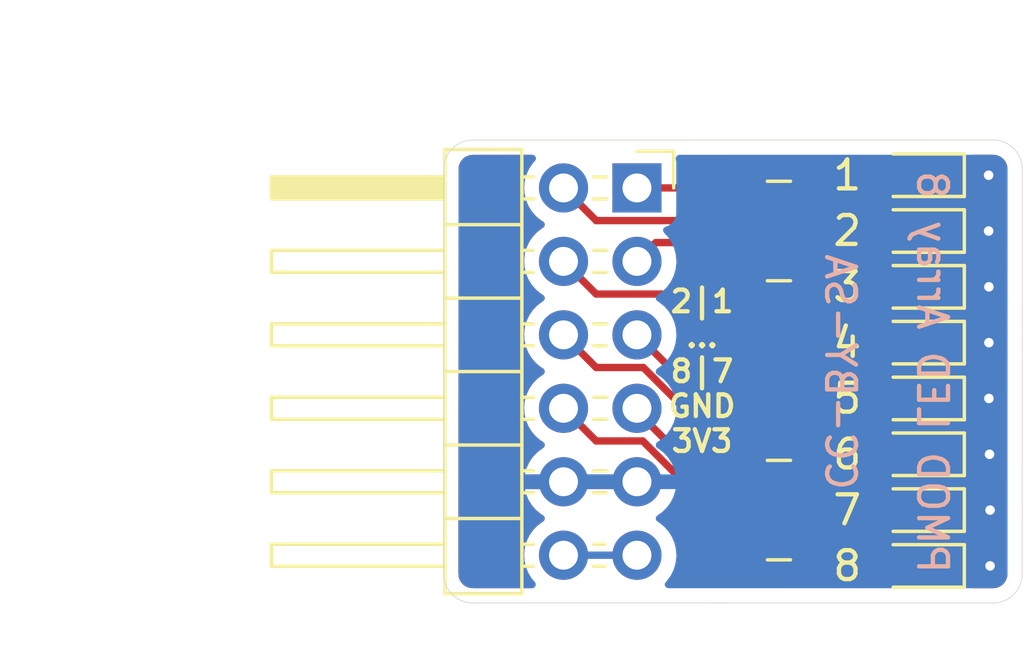
<source format=kicad_pcb>
(kicad_pcb (version 20211014) (generator pcbnew)
  (title_block (title "PMOD LED Array 8") (date "2022-04-19") (rev "1.0"))
  (layers (0 "F.Cu" signal) (31 "B.Cu" signal) (34 "B.Paste" user) (35 "F.Paste" user) (36 "B.SilkS" user "B.Silkscreen") (37 "F.SilkS" user "F.Silkscreen") (38 "B.Mask" user) (39 "F.Mask" user) (44 "Edge.Cuts" user))
  (net 0 "")
  (net 1 "GND")
  (net 2 "Net-(D1-Pad2)")
  (net 3 "Net-(D2-Pad2)")
  (net 4 "Net-(D3-Pad2)")
  (net 5 "Net-(D4-Pad2)")
  (net 6 "Net-(D5-Pad2)")
  (net 7 "Net-(D6-Pad2)")
  (net 8 "Net-(D7-Pad2)")
  (net 9 "Net-(D8-Pad2)")
  (net 10 "/p1")
  (net 11 "/p3")
  (net 12 "/p5")
  (net 13 "/p7")
  (net 14 "+3V3")
  (net 15 "/p2")
  (net 16 "/p4")
  (net 17 "/p6")
  (net 18 "/p8")
  (footprint "LED_SMD:LED_0603_1608Metric_Pad1.05x0.95mm_HandSolder" (layer "F.Cu") (at 177.3 86.79 180)
    (fp_text reference "7" (at 2.39 0) (layer "F.SilkS"))
    (fp_text value "LED")
    (fp_line (start -1.66 -0.735) (end -1.66 0.735) (layer "F.SilkS") (width 0.12))
    (fp_line (start 0.8 -0.735) (end -1.66 -0.735) (layer "F.SilkS") (width 0.12))
    (fp_line (start -1.66 0.735) (end 0.8 0.735) (layer "F.SilkS") (width 0.12))
    (pad "1" smd roundrect (at -0.875 0 180) (size 1.05 0.95) (layers "F.Cu" "F.Paste" "F.Mask") (net 1 "GND"))
    (pad "2" smd roundrect (at 0.875 0 180) (size 1.05 0.95) (layers "F.Cu" "F.Paste" "F.Mask") (net 8 "Net-(D7-Pad2)"))
  )
  (footprint "LED_SMD:LED_0603_1608Metric_Pad1.05x0.95mm_HandSolder" (layer "F.Cu") (at 177.3 81 180)
    (fp_text reference "4" (at 2.39 0) (layer "F.SilkS"))
    (fp_text value "LED")
    (fp_line (start -1.66 0.735) (end 0.8 0.735) (layer "F.SilkS") (width 0.12))
    (fp_line (start -1.66 -0.735) (end -1.66 0.735) (layer "F.SilkS") (width 0.12))
    (fp_line (start 0.8 -0.735) (end -1.66 -0.735) (layer "F.SilkS") (width 0.12))
    (pad "1" smd roundrect (at -0.875 0 180) (size 1.05 0.95) (layers "F.Cu" "F.Paste" "F.Mask") (net 1 "GND"))
    (pad "2" smd roundrect (at 0.875 0 180) (size 1.05 0.95) (layers "F.Cu" "F.Paste" "F.Mask") (net 5 "Net-(D4-Pad2)"))
  )
  (footprint "Mod:R_Array_Concave_4x0603" (layer "F.Cu") (at 172.55 77.14 180)
    (fp_text reference "R1" hide)
    (fp_text value "220")
    (fp_line (start 0.4 1.72) (end -0.4 1.72) (layer "F.SilkS") (width 0.12))
    (fp_line (start 0.4 -1.72) (end -0.4 -1.72) (layer "F.SilkS") (width 0.12))
    (pad "1" smd rect (at -0.85 1.2 180) (size 0.9 0.4) (layers "F.Cu" "F.Paste" "F.Mask") (net 2 "Net-(D1-Pad2)"))
    (pad "2" smd rect (at -0.85 0.4 180) (size 0.9 0.4) (layers "F.Cu" "F.Paste" "F.Mask") (net 3 "Net-(D2-Pad2)"))
    (pad "3" smd rect (at -0.85 -0.4 180) (size 0.9 0.4) (layers "F.Cu" "F.Paste" "F.Mask") (net 4 "Net-(D3-Pad2)"))
    (pad "4" smd rect (at -0.85 -1.2 180) (size 0.9 0.4) (layers "F.Cu" "F.Paste" "F.Mask") (net 5 "Net-(D4-Pad2)"))
    (pad "5" smd rect (at 0.85 1.2 180) (size 0.9 0.4) (layers "F.Cu" "F.Paste" "F.Mask") (net 10 "/p1"))
    (pad "6" smd rect (at 0.85 0.4 180) (size 0.9 0.4) (layers "F.Cu" "F.Paste" "F.Mask") (net 15 "/p2"))
    (pad "7" smd rect (at 0.85 -0.4 180) (size 0.9 0.4) (layers "F.Cu" "F.Paste" "F.Mask") (net 11 "/p3"))
    (pad "8" smd rect (at 0.85 -1.2 180) (size 0.9 0.4) (layers "F.Cu" "F.Paste" "F.Mask") (net 16 "/p4"))
  )
  (footprint "LED_SMD:LED_0603_1608Metric_Pad1.05x0.95mm_HandSolder" (layer "F.Cu") (at 177.3 82.93 180)
    (fp_text reference "5" (at 2.39 0) (layer "F.SilkS"))
    (fp_text value "LED")
    (fp_line (start -1.66 -0.735) (end -1.66 0.735) (layer "F.SilkS") (width 0.12))
    (fp_line (start 0.8 -0.735) (end -1.66 -0.735) (layer "F.SilkS") (width 0.12))
    (fp_line (start -1.66 0.735) (end 0.8 0.735) (layer "F.SilkS") (width 0.12))
    (pad "1" smd roundrect (at -0.875 0 180) (size 1.05 0.95) (layers "F.Cu" "F.Paste" "F.Mask") (net 1 "GND"))
    (pad "2" smd roundrect (at 0.875 0 180) (size 1.05 0.95) (layers "F.Cu" "F.Paste" "F.Mask") (net 6 "Net-(D5-Pad2)"))
  )
  (footprint "LED_SMD:LED_0603_1608Metric_Pad1.05x0.95mm_HandSolder" (layer "F.Cu") (at 177.3 84.86 180)
    (fp_text reference "6" (at 2.39 0) (layer "F.SilkS"))
    (fp_text value "LED")
    (fp_line (start 0.8 -0.735) (end -1.66 -0.735) (layer "F.SilkS") (width 0.12))
    (fp_line (start -1.66 -0.735) (end -1.66 0.735) (layer "F.SilkS") (width 0.12))
    (fp_line (start -1.66 0.735) (end 0.8 0.735) (layer "F.SilkS") (width 0.12))
    (pad "1" smd roundrect (at -0.875 0 180) (size 1.05 0.95) (layers "F.Cu" "F.Paste" "F.Mask") (net 1 "GND"))
    (pad "2" smd roundrect (at 0.875 0 180) (size 1.05 0.95) (layers "F.Cu" "F.Paste" "F.Mask") (net 7 "Net-(D6-Pad2)"))
  )
  (footprint "LED_SMD:LED_0603_1608Metric_Pad1.05x0.95mm_HandSolder" (layer "F.Cu") (at 177.3 79.07 180)
    (fp_text reference "3" (at 2.39 0) (layer "F.SilkS"))
    (fp_text value "LED")
    (fp_line (start -1.66 0.735) (end 0.8 0.735) (layer "F.SilkS") (width 0.12))
    (fp_line (start 0.8 -0.735) (end -1.66 -0.735) (layer "F.SilkS") (width 0.12))
    (fp_line (start -1.66 -0.735) (end -1.66 0.735) (layer "F.SilkS") (width 0.12))
    (pad "1" smd roundrect (at -0.875 0 180) (size 1.05 0.95) (layers "F.Cu" "F.Paste" "F.Mask") (net 1 "GND"))
    (pad "2" smd roundrect (at 0.875 0 180) (size 1.05 0.95) (layers "F.Cu" "F.Paste" "F.Mask") (net 4 "Net-(D3-Pad2)"))
  )
  (footprint "LED_SMD:LED_0603_1608Metric_Pad1.05x0.95mm_HandSolder" (layer "F.Cu") (at 177.3 77.14 180)
    (fp_text reference "2" (at 2.39 0.01) (layer "F.SilkS"))
    (fp_text value "LED")
    (fp_line (start 0.8 -0.735) (end -1.66 -0.735) (layer "F.SilkS") (width 0.12))
    (fp_line (start -1.66 0.735) (end 0.8 0.735) (layer "F.SilkS") (width 0.12))
    (fp_line (start -1.66 -0.735) (end -1.66 0.735) (layer "F.SilkS") (width 0.12))
    (pad "1" smd roundrect (at -0.875 0 180) (size 1.05 0.95) (layers "F.Cu" "F.Paste" "F.Mask") (net 1 "GND"))
    (pad "2" smd roundrect (at 0.875 0 180) (size 1.05 0.95) (layers "F.Cu" "F.Paste" "F.Mask") (net 3 "Net-(D2-Pad2)"))
  )
  (footprint "Pmod:Pmod_Header_2x06_P2.54mm_Horizontal" (layer "F.Cu") (at 167.64 88.35 180)
    (fp_text reference "J1")
    (fp_text value "PMOD")
    (fp_line (start 3.582929 -0.38) (end 3.98 -0.38) (layer "F.SilkS") (width 0.12))
    (fp_line (start 3.98 3.81) (end 6.64 3.81) (layer "F.SilkS") (width 0.12))
    (fp_line (start 12.64 10.54) (end 6.64 10.54) (layer "F.SilkS") (width 0.12))
    (fp_line (start 3.98 6.35) (end 6.64 6.35) (layer "F.SilkS") (width 0.12))
    (fp_line (start 3.582929 8) (end 3.98 8) (layer "F.SilkS") (width 0.12))
    (fp_line (start 1.042929 9.78) (end 1.497071 9.78) (layer "F.SilkS") (width 0.12))
    (fp_line (start 3.582929 13.08) (end 3.98 13.08) (layer "F.SilkS") (width 0.12))
    (fp_line (start 12.64 12.32) (end 12.64 13.08) (layer "F.SilkS") (width 0.12))
    (fp_line (start 6.64 -1.33) (end 3.98 -1.33) (layer "F.SilkS") (width 0.12))
    (fp_line (start 12.64 13.08) (end 6.64 13.08) (layer "F.SilkS") (width 0.12))
    (fp_line (start 12.64 4.7) (end 12.64 5.46) (layer "F.SilkS") (width 0.12))
    (fp_line (start 6.64 9.78) (end 12.64 9.78) (layer "F.SilkS") (width 0.12))
    (fp_line (start 3.98 -1.33) (end 3.98 14.03) (layer "F.SilkS") (width 0.12))
    (fp_line (start 12.64 7.24) (end 12.64 8) (layer "F.SilkS") (width 0.12))
    (fp_line (start -1.27 13.97) (end -1.27 12.7) (layer "F.SilkS") (width 0.12))
    (fp_line (start 1.042929 7.24) (end 1.497071 7.24) (layer "F.SilkS") (width 0.12))
    (fp_line (start 6.64 12.74) (end 12.64 12.74) (layer "F.SilkS") (width 0.12))
    (fp_line (start 6.64 14.03) (end 6.64 -1.33) (layer "F.SilkS") (width 0.12))
    (fp_line (start 3.582929 2.16) (end 3.98 2.16) (layer "F.SilkS") (width 0.12))
    (fp_line (start 6.64 12.62) (end 12.64 12.62) (layer "F.SilkS") (width 0.12))
    (fp_line (start 0 13.97) (end -1.27 13.97) (layer "F.SilkS") (width 0.12))
    (fp_line (start 1.042929 10.54) (end 1.497071 10.54) (layer "F.SilkS") (width 0.12))
    (fp_line (start 6.64 12.32) (end 12.64 12.32) (layer "F.SilkS") (width 0.12))
    (fp_line (start 1.042929 12.32) (end 1.497071 12.32) (layer "F.SilkS") (width 0.12))
    (fp_line (start 6.64 12.98) (end 12.64 12.98) (layer "F.SilkS") (width 0.12))
    (fp_line (start 3.582929 0.38) (end 3.98 0.38) (layer "F.SilkS") (width 0.12))
    (fp_line (start 6.64 4.7) (end 12.64 4.7) (layer "F.SilkS") (width 0.12))
    (fp_line (start 3.98 14.03) (end 6.64 14.03) (layer "F.SilkS") (width 0.12))
    (fp_line (start 12.64 0.38) (end 6.64 0.38) (layer "F.SilkS") (width 0.12))
    (fp_line (start 1.042929 2.92) (end 1.497071 2.92) (layer "F.SilkS") (width 0.12))
    (fp_line (start 3.582929 9.78) (end 3.98 9.78) (layer "F.SilkS") (width 0.12))
    (fp_line (start 12.64 2.16) (end 12.64 2.92) (layer "F.SilkS") (width 0.12))
    (fp_line (start 3.582929 2.92) (end 3.98 2.92) (layer "F.SilkS") (width 0.12))
    (fp_line (start 12.64 2.92) (end 6.64 2.92) (layer "F.SilkS") (width 0.12))
    (fp_line (start 3.582929 4.7) (end 3.98 4.7) (layer "F.SilkS") (width 0.12))
    (fp_line (start 1.11 -0.38) (end 1.497071 -0.38) (layer "F.SilkS") (width 0.12))
    (fp_line (start 1.042929 2.16) (end 1.497071 2.16) (layer "F.SilkS") (width 0.12))
    (fp_line (start 1.11 0.38) (end 1.497071 0.38) (layer "F.SilkS") (width 0.12))
    (fp_line (start 3.98 1.27) (end 6.64 1.27) (layer "F.SilkS") (width 0.12))
    (fp_line (start 1.042929 8) (end 1.497071 8) (layer "F.SilkS") (width 0.12))
    (fp_line (start 12.64 -0.38) (end 12.64 0.38) (layer "F.SilkS") (width 0.12))
    (fp_line (start 12.64 9.78) (end 12.64 10.54) (layer "F.SilkS") (width 0.12))
    (fp_line (start 1.042929 5.46) (end 1.497071 5.46) (layer "F.SilkS") (width 0.12))
    (fp_line (start 1.042929 13.08) (end 1.497071 13.08) (layer "F.SilkS") (width 0.12))
    (fp_line (start 3.582929 10.54) (end 3.98 10.54) (layer "F.SilkS") (width 0.12))
    (fp_line (start 6.64 -0.38) (end 12.64 -0.38) (layer "F.SilkS") (width 0.12))
    (fp_line (start 6.64 12.86) (end 12.64 12.86) (layer "F.SilkS") (width 0.12))
    (fp_line (start 3.98 8.89) (end 6.64 8.89) (layer "F.SilkS") (width 0.12))
    (fp_line (start 3.582929 7.24) (end 3.98 7.24) (layer "F.SilkS") (width 0.12))
    (fp_line (start 6.64 7.24) (end 12.64 7.24) (layer "F.SilkS") (width 0.12))
    (fp_line (start 3.582929 5.46) (end 3.98 5.46) (layer "F.SilkS") (width 0.12))
    (fp_line (start 6.64 2.16) (end 12.64 2.16) (layer "F.SilkS") (width 0.12))
    (fp_line (start 3.582929 12.32) (end 3.98 12.32) (layer "F.SilkS") (width 0.12))
    (fp_line (start 6.64 12.5) (end 12.64 12.5) (layer "F.SilkS") (width 0.12))
    (fp_line (start 12.64 5.46) (end 6.64 5.46) (layer "F.SilkS") (width 0.12))
    (fp_line (start 12.64 8) (end 6.64 8) (layer "F.SilkS") (width 0.12))
    (fp_line (start 1.042929 4.7) (end 1.497071 4.7) (layer "F.SilkS") (width 0.12))
    (fp_line (start 3.98 11.43) (end 6.64 11.43) (layer "F.SilkS") (width 0.12))
    (fp_line (start 6.64 12.38) (end 12.64 12.38) (layer "F.SilkS") (width 0.12))
    (pad "1" thru_hole rect (at 0 12.7 180) (size 1.7 1.7) (drill 1) (layers *.Cu *.Mask) (net 10 "/p1"))
    (pad "2" thru_hole oval (at 0 10.16 180) (size 1.7 1.7) (drill 1) (layers *.Cu *.Mask) (net 11 "/p3"))
    (pad "3" thru_hole oval (at 0 7.62 180) (size 1.7 1.7) (drill 1) (layers *.Cu *.Mask) (net 12 "/p5"))
    (pad "4" thru_hole oval (at 0 5.08 180) (size 1.7 1.7) (drill 1) (layers *.Cu *.Mask) (net 13 "/p7"))
    (pad "5" thru_hole oval (at 0 2.54 180) (size 1.7 1.7) (drill 1) (layers *.Cu *.Mask) (net 1 "GND"))
    (pad "6" thru_hole circle (at 0 0 180) (size 1.7 1.7) (drill 1) (layers *.Cu *.Mask) (net 14 "+3V3"))
    (pad "7" thru_hole circle (at 2.54 12.7 180) (size 1.7 1.7) (drill 1) (layers *.Cu *.Mask) (net 15 "/p2"))
    (pad "8" thru_hole oval (at 2.54 10.16 180) (size 1.7 1.7) (drill 1) (layers *.Cu *.Mask) (net 16 "/p4"))
    (pad "9" thru_hole oval (at 2.54 7.62 180) (size 1.7 1.7) (drill 1) (layers *.Cu *.Mask) (net 17 "/p6"))
    (pad "10" thru_hole oval (at 2.54 5.08 180) (size 1.7 1.7) (drill 1) (layers *.Cu *.Mask) (net 18 "/p8"))
    (pad "11" thru_hole oval (at 2.54 2.54 180) (size 1.7 1.7) (drill 1) (layers *.Cu *.Mask) (net 1 "GND"))
    (pad "12" thru_hole oval (at 2.54 0 180) (size 1.7 1.7) (drill 1) (layers *.Cu *.Mask) (net 14 "+3V3"))
  )
  (footprint "Mod:R_Array_Concave_4x0603" (layer "F.Cu") (at 172.55 86.79 180)
    (fp_text reference "R2" hide)
    (fp_text value "220")
    (fp_line (start 0.4 1.72) (end -0.4 1.72) (layer "F.SilkS") (width 0.12))
    (fp_line (start 0.4 -1.72) (end -0.4 -1.72) (layer "F.SilkS") (width 0.12))
    (pad "1" smd rect (at -0.85 1.2 180) (size 0.9 0.4) (layers "F.Cu" "F.Paste" "F.Mask") (net 6 "Net-(D5-Pad2)"))
    (pad "2" smd rect (at -0.85 0.4 180) (size 0.9 0.4) (layers "F.Cu" "F.Paste" "F.Mask") (net 7 "Net-(D6-Pad2)"))
    (pad "3" smd rect (at -0.85 -0.4 180) (size 0.9 0.4) (layers "F.Cu" "F.Paste" "F.Mask") (net 8 "Net-(D7-Pad2)"))
    (pad "4" smd rect (at -0.85 -1.2 180) (size 0.9 0.4) (layers "F.Cu" "F.Paste" "F.Mask") (net 9 "Net-(D8-Pad2)"))
    (pad "5" smd rect (at 0.85 1.2 180) (size 0.9 0.4) (layers "F.Cu" "F.Paste" "F.Mask") (net 12 "/p5"))
    (pad "6" smd rect (at 0.85 0.4 180) (size 0.9 0.4) (layers "F.Cu" "F.Paste" "F.Mask") (net 17 "/p6"))
    (pad "7" smd rect (at 0.85 -0.4 180) (size 0.9 0.4) (layers "F.Cu" "F.Paste" "F.Mask") (net 13 "/p7"))
    (pad "8" smd rect (at 0.85 -1.2 180) (size 0.9 0.4) (layers "F.Cu" "F.Paste" "F.Mask") (net 18 "/p8"))
  )
  (footprint "LED_SMD:LED_0603_1608Metric_Pad1.05x0.95mm_HandSolder" (layer "F.Cu") (at 177.3 88.72 180)
    (fp_text reference "8" (at 2.39 0) (layer "F.SilkS"))
    (fp_text value "LED")
    (fp_line (start -1.66 0.735) (end 0.8 0.735) (layer "F.SilkS") (width 0.12))
    (fp_line (start -1.66 -0.735) (end -1.66 0.735) (layer "F.SilkS") (width 0.12))
    (fp_line (start 0.8 -0.735) (end -1.66 -0.735) (layer "F.SilkS") (width 0.12))
    (pad "1" smd roundrect (at -0.875 0 180) (size 1.05 0.95) (layers "F.Cu" "F.Paste" "F.Mask") (net 1 "GND"))
    (pad "2" smd roundrect (at 0.875 0 180) (size 1.05 0.95) (layers "F.Cu" "F.Paste" "F.Mask") (net 9 "Net-(D8-Pad2)"))
  )
  (footprint "LED_SMD:LED_0603_1608Metric_Pad1.05x0.95mm_HandSolder" (layer "F.Cu") (at 177.3 75.21 180)
    (fp_text reference "1" (at 2.39 0) (layer "F.SilkS"))
    (fp_text value "LED" hide)
    (fp_line (start -1.66 0.735) (end 0.8 0.735) (layer "F.SilkS") (width 0.12))
    (fp_line (start 0.8 -0.735) (end -1.66 -0.735) (layer "F.SilkS") (width 0.12))
    (fp_line (start -1.66 -0.735) (end -1.66 0.735) (layer "F.SilkS") (width 0.12))
    (pad "1" smd roundrect (at -0.875 0 180) (size 1.05 0.95) (layers "F.Cu" "F.Paste" "F.Mask") (net 1 "GND"))
    (pad "2" smd roundrect (at 0.875 0 180) (size 1.05 0.95) (layers "F.Cu" "F.Paste" "F.Mask") (net 2 "Net-(D1-Pad2)"))
  )
  (gr_line (start 161.9556 89.9986) (end 179.96 90) (layer "Edge.Cuts") (width 0.0254))
  (gr_arc (start 179.962 73.994) (mid 180.669112 74.286888) (end 180.962 74.994) (layer "Edge.Cuts") (width 0.0254))
  (gr_line (start 161.9616 73.9966) (end 179.962 73.994) (layer "Edge.Cuts") (width 0.0254))
  (gr_arc (start 180.96 89) (mid 180.667109 89.707109) (end 179.96 90) (layer "Edge.Cuts") (width 0.0254))
  (gr_arc (start 160.9616 74.9966) (mid 161.254495 74.289495) (end 161.9616 73.9966) (layer "Edge.Cuts") (width 0.0254))
  (gr_arc (start 161.9556 89.9986) (mid 161.248498 89.705702) (end 160.9556 88.9986) (layer "Edge.Cuts") (width 0.0254))
  (gr_line (start 180.96 89) (end 180.962 74.994) (layer "Edge.Cuts") (width 0.0254))
  (gr_line (start 160.9556 88.9986) (end 160.9616 74.9966) (layer "Edge.Cuts") (width 0.0254))
  (gr_text "CC-BY-SA" (at 174.67 82.02 -90) (layer "B.SilkS") (effects (font (size 1 1)) (justify mirror)))
  (gr_text "PMOD LED Array 8" (at 177.85 82.02 -90) (layer "B.SilkS") (effects (font (size 1 1)) (justify mirror)))
  (gr_text "2|1\n...\n8|7\nGND\n3V3" (at 169.89 81.99) (layer "F.SilkS") (effects (font (size 0.75 0.75))))
  (via (at 179.8 77.14) (size 0.6858) (drill 0.3302) (layers "F.Cu" "B.Cu") (net 1))
  (via (at 179.81 82.93) (size 0.6858) (drill 0.3302) (layers "F.Cu" "B.Cu") (net 1))
  (via (at 179.81 79.07) (size 0.6858) (drill 0.3302) (layers "F.Cu" "B.Cu") (net 1))
  (via (at 179.8 75.21) (size 0.6858) (drill 0.3302) (layers "F.Cu" "B.Cu") (net 1))
  (via (at 179.83 84.86) (size 0.6858) (drill 0.3302) (layers "F.Cu" "B.Cu") (net 1))
  (via (at 179.85 86.79) (size 0.6858) (drill 0.3302) (layers "F.Cu" "B.Cu") (net 1))
  (via (at 179.81 81) (size 0.6858) (drill 0.3302) (layers "F.Cu" "B.Cu") (net 1))
  (via (at 179.85 88.72) (size 0.6858) (drill 0.3302) (layers "F.Cu" "B.Cu") (net 1))
  (segment (start 175.695 75.94) (end 176.425 75.21) (width 0.254) (layer "F.Cu") (net 2))
  (segment (start 173.4 75.94) (end 175.695 75.94) (width 0.254) (layer "F.Cu") (net 2))
  (segment (start 176.025 76.74) (end 176.425 77.14) (width 0.254) (layer "F.Cu") (net 3))
  (segment (start 173.4 76.74) (end 176.025 76.74) (width 0.254) (layer "F.Cu") (net 3))
  (segment (start 174.895 77.54) (end 176.425 79.07) (width 0.254) (layer "F.Cu") (net 4))
  (segment (start 173.4 77.54) (end 174.895 77.54) (width 0.254) (layer "F.Cu") (net 4))
  (segment (start 173.765 78.34) (end 176.425 81) (width 0.254) (layer "F.Cu") (net 5))
  (segment (start 173.4 78.34) (end 173.765 78.34) (width 0.254) (layer "F.Cu") (net 5))
  (segment (start 173.4 85.59) (end 173.765 85.59) (width 0.254) (layer "F.Cu") (net 6))
  (segment (start 173.765 85.59) (end 176.425 82.93) (width 0.254) (layer "F.Cu") (net 6))
  (segment (start 174.895 86.39) (end 176.425 84.86) (width 0.254) (layer "F.Cu") (net 7))
  (segment (start 173.4 86.39) (end 174.895 86.39) (width 0.254) (layer "F.Cu") (net 7))
  (segment (start 176.025 87.19) (end 176.425 86.79) (width 0.254) (layer "F.Cu") (net 8))
  (segment (start 173.4 87.19) (end 176.025 87.19) (width 0.254) (layer "F.Cu") (net 8))
  (segment (start 173.4 87.99) (end 175.695 87.99) (width 0.254) (layer "F.Cu") (net 9))
  (segment (start 175.695 87.99) (end 176.425 88.72) (width 0.254) (layer "F.Cu") (net 9))
  (segment (start 171.41 75.65) (end 171.7 75.94) (width 0.254) (layer "F.Cu") (net 10))
  (segment (start 167.64 75.65) (end 171.41 75.65) (width 0.254) (layer "F.Cu") (net 10))
  (segment (start 167.64 78.19) (end 168.29 77.54) (width 0.254) (layer "F.Cu") (net 11))
  (segment (start 168.29 77.54) (end 171.7 77.54) (width 0.254) (layer "F.Cu") (net 11))
  (segment (start 167.64 80.73) (end 171.7 84.79) (width 0.254) (layer "F.Cu") (net 12))
  (segment (start 171.7 84.79) (end 171.7 85.59) (width 0.254) (layer "F.Cu") (net 12))
  (segment (start 171.45 87.19) (end 167.64 83.38) (width 0.254) (layer "F.Cu") (net 13))
  (segment (start 171.7 87.19) (end 171.45 87.19) (width 0.254) (layer "F.Cu") (net 13))
  (segment (start 167.64 83.38) (end 167.64 83.27) (width 0.254) (layer "F.Cu") (net 13))
  (segment (start 165.1 88.35) (end 167.64 88.35) (width 0.254) (layer "B.Cu") (net 14))
  (segment (start 171.661089 76.778911) (end 166.228911 76.778911) (width 0.254) (layer "F.Cu") (net 15))
  (segment (start 166.228911 76.778911) (end 165.1 75.65) (width 0.254) (layer "F.Cu") (net 15))
  (segment (start 171.7 76.74) (end 171.661089 76.778911) (width 0.254) (layer "F.Cu") (net 15))
  (segment (start 170.721089 79.318911) (end 166.228911 79.318911) (width 0.254) (layer "F.Cu") (net 16))
  (segment (start 171.7 78.34) (end 170.721089 79.318911) (width 0.254) (layer "F.Cu") (net 16))
  (segment (start 166.228911 79.318911) (end 165.1 78.19) (width 0.254) (layer "F.Cu") (net 16))
  (segment (start 171.292178 86.39) (end 171.7 86.39) (width 0.254) (layer "F.Cu") (net 17))
  (segment (start 166.228911 81.858911) (end 167.858911 81.858911) (width 0.254) (layer "F.Cu") (net 17))
  (segment (start 170.971089 84.971089) (end 170.971089 86.068911) (width 0.254) (layer "F.Cu") (net 17))
  (segment (start 165.1 80.73) (end 166.228911 81.858911) (width 0.254) (layer "F.Cu") (net 17))
  (segment (start 167.858911 81.858911) (end 170.971089 84.971089) (width 0.254) (layer "F.Cu") (net 17))
  (segment (start 170.971089 86.068911) (end 171.292178 86.39) (width 0.254) (layer "F.Cu") (net 17))
  (segment (start 166.228911 84.398911) (end 167.838911 84.398911) (width 0.254) (layer "F.Cu") (net 18))
  (segment (start 171.43 87.99) (end 171.7 87.99) (width 0.254) (layer "F.Cu") (net 18))
  (segment (start 167.838911 84.398911) (end 171.43 87.99) (width 0.254) (layer "F.Cu") (net 18))
  (segment (start 165.1 83.27) (end 166.228911 84.398911) (width 0.254) (layer "F.Cu") (net 18))
  (zone (net 1) (net_name "GND") (layers F&B.Cu) (connect_pads (clearance 0.508)) (min_thickness 0.254) (fill yes (thermal_gap 0.508) (thermal_bridge_width 0.508))
    (polygon (pts (xy 181.01 73.95) (xy 181.01 90.05) (xy 160.91 90.05) (xy 160.91 73.94)))
  )
)
</source>
